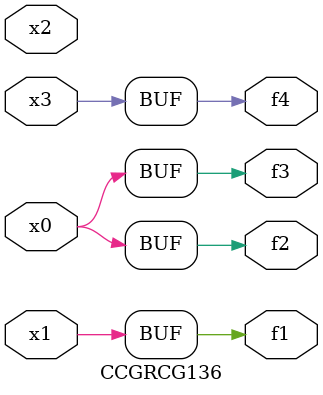
<source format=v>
module CCGRCG136(
	input x0, x1, x2, x3,
	output f1, f2, f3, f4
);
	assign f1 = x1;
	assign f2 = x0;
	assign f3 = x0;
	assign f4 = x3;
endmodule

</source>
